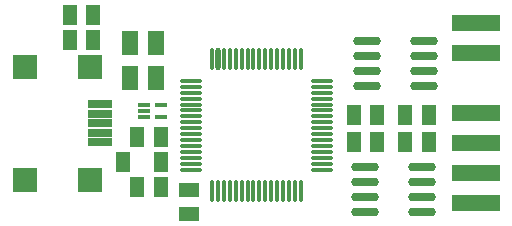
<source format=gts>
%FSLAX25Y25*%
%MOIN*%
G70*
G01*
G75*
G04 Layer_Color=8388736*
%ADD10C,0.00787*%
%ADD11R,0.03937X0.05906*%
%ADD12R,0.03543X0.00984*%
%ADD13O,0.06890X0.00787*%
%ADD14O,0.00787X0.06890*%
%ADD15O,0.01181X0.06890*%
%ADD16R,0.07874X0.01969*%
%ADD17R,0.07874X0.07874*%
%ADD18R,0.15748X0.04724*%
%ADD19O,0.08661X0.02362*%
%ADD20R,0.05906X0.03937*%
%ADD21R,0.04921X0.07874*%
%ADD22C,0.01575*%
%ADD23R,0.03740X0.08465*%
%ADD24R,0.12795X0.08465*%
%ADD25R,0.05906X0.08661*%
%ADD26C,0.00591*%
%ADD27R,0.15354X0.03937*%
%ADD28R,0.02000X0.06000*%
%ADD29R,0.05512X0.05906*%
%ADD30R,0.00787X0.05906*%
%ADD31R,0.04537X0.06506*%
%ADD32R,0.04143X0.01584*%
%ADD33O,0.07490X0.01387*%
%ADD34O,0.01387X0.07490*%
%ADD35O,0.01781X0.07490*%
%ADD36R,0.08474X0.02569*%
%ADD37R,0.08474X0.08474*%
%ADD38R,0.16348X0.05324*%
%ADD39O,0.09261X0.02962*%
%ADD40R,0.06506X0.04537*%
%ADD41R,0.05521X0.08474*%
D31*
X140945Y37008D02*
D03*
X148819D02*
D03*
X123819Y36811D02*
D03*
X131693D02*
D03*
X59449Y12992D02*
D03*
X51575D02*
D03*
X131693Y27953D02*
D03*
X123819D02*
D03*
X29134Y70079D02*
D03*
X37008D02*
D03*
X51575Y29528D02*
D03*
X59449D02*
D03*
X29134Y61811D02*
D03*
X37008D02*
D03*
X140945Y27953D02*
D03*
X148819D02*
D03*
X46850Y21260D02*
D03*
X59449D02*
D03*
D32*
X59449Y40157D02*
D03*
Y36220D02*
D03*
X53937D02*
D03*
Y38189D02*
D03*
Y40157D02*
D03*
D33*
X69390Y48228D02*
D03*
Y46260D02*
D03*
Y44291D02*
D03*
Y42323D02*
D03*
Y40354D02*
D03*
Y38386D02*
D03*
Y36417D02*
D03*
Y34449D02*
D03*
Y32480D02*
D03*
Y30512D02*
D03*
Y28543D02*
D03*
Y26575D02*
D03*
Y24606D02*
D03*
Y22638D02*
D03*
Y20669D02*
D03*
Y18701D02*
D03*
X113287D02*
D03*
Y20669D02*
D03*
Y22638D02*
D03*
Y24606D02*
D03*
Y26575D02*
D03*
Y28543D02*
D03*
Y30512D02*
D03*
Y32480D02*
D03*
Y34449D02*
D03*
Y36417D02*
D03*
Y38386D02*
D03*
Y40354D02*
D03*
Y42323D02*
D03*
Y44291D02*
D03*
Y46260D02*
D03*
Y48228D02*
D03*
D34*
X76575Y11516D02*
D03*
X78543D02*
D03*
X80512D02*
D03*
X82480D02*
D03*
X84449D02*
D03*
X86417D02*
D03*
X88386D02*
D03*
X90354D02*
D03*
X92323D02*
D03*
X94291D02*
D03*
X96260D02*
D03*
X98228D02*
D03*
X100197D02*
D03*
X102165D02*
D03*
X104134D02*
D03*
X106102D02*
D03*
Y55413D02*
D03*
X104134D02*
D03*
X102165D02*
D03*
X100197D02*
D03*
X98228D02*
D03*
X96260D02*
D03*
X94291D02*
D03*
X92323D02*
D03*
X90354D02*
D03*
X88386D02*
D03*
X86417D02*
D03*
X84449D02*
D03*
X82480D02*
D03*
X80512D02*
D03*
X76575D02*
D03*
D35*
X78543D02*
D03*
D36*
X39327Y40453D02*
D03*
Y37303D02*
D03*
Y34154D02*
D03*
Y31004D02*
D03*
Y27854D02*
D03*
D37*
X14173Y15354D02*
D03*
Y52756D02*
D03*
X35827D02*
D03*
Y15354D02*
D03*
D38*
X164370Y7402D02*
D03*
Y17402D02*
D03*
Y27402D02*
D03*
Y37402D02*
D03*
Y57402D02*
D03*
Y67402D02*
D03*
D39*
X146514Y4606D02*
D03*
Y9606D02*
D03*
Y14606D02*
D03*
Y19606D02*
D03*
X127617Y4606D02*
D03*
Y9606D02*
D03*
Y14606D02*
D03*
Y19606D02*
D03*
X128347Y61437D02*
D03*
Y56437D02*
D03*
Y51437D02*
D03*
Y46437D02*
D03*
X147244Y61437D02*
D03*
Y56437D02*
D03*
Y51437D02*
D03*
Y46437D02*
D03*
D40*
X68898Y11811D02*
D03*
Y3937D02*
D03*
D41*
X49213Y61024D02*
D03*
Y49213D02*
D03*
X57874D02*
D03*
Y61024D02*
D03*
M02*

</source>
